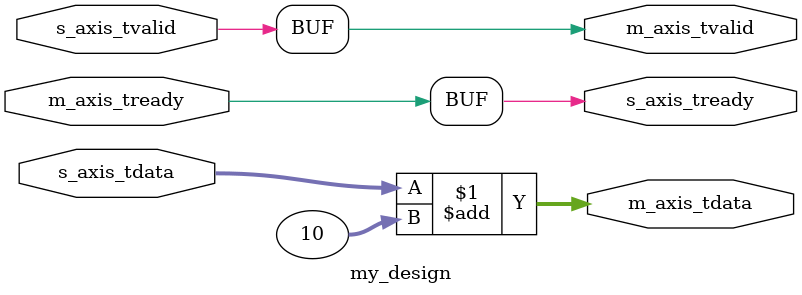
<source format=v>
module my_design(
    input [63:0] s_axis_tdata,
    output s_axis_tready,
    input s_axis_tvalid,
    output [63:0] m_axis_tdata,
    input m_axis_tready,
    output m_axis_tvalid
    );
    
    
    assign m_axis_tdata = s_axis_tdata+10;
    assign m_axis_tvalid = s_axis_tvalid;
    assign s_axis_tready = m_axis_tready;
    
endmodule

</source>
